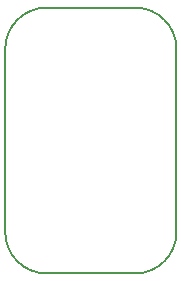
<source format=gbr>
G04 #@! TF.GenerationSoftware,KiCad,Pcbnew,(6.0.0)*
G04 #@! TF.CreationDate,2021-12-29T03:23:09-05:00*
G04 #@! TF.ProjectId,PressureSwitchBreakout,50726573-7375-4726-9553-776974636842,00*
G04 #@! TF.SameCoordinates,Original*
G04 #@! TF.FileFunction,Profile,NP*
%FSLAX46Y46*%
G04 Gerber Fmt 4.6, Leading zero omitted, Abs format (unit mm)*
G04 Created by KiCad (PCBNEW (6.0.0)) date 2021-12-29 03:23:09*
%MOMM*%
%LPD*%
G01*
G04 APERTURE LIST*
G04 #@! TA.AperFunction,Profile*
%ADD10C,0.150000*%
G04 #@! TD*
G04 APERTURE END LIST*
D10*
X132500000Y-96500000D02*
X132500000Y-81000000D01*
X143500000Y-100000000D02*
G75*
G03*
X147000000Y-96500000I1J3499999D01*
G01*
X132500000Y-96500000D02*
G75*
G03*
X136000000Y-100000000I3499999J-1D01*
G01*
X147000000Y-81000000D02*
X147000000Y-96500000D01*
X136000000Y-77500000D02*
G75*
G03*
X132500000Y-81000000I-1J-3499999D01*
G01*
X143500000Y-100000000D02*
X136000000Y-100000000D01*
X136000000Y-77500000D02*
X143500000Y-77500000D01*
X147000000Y-81000000D02*
G75*
G03*
X143500000Y-77500000I-3499999J1D01*
G01*
M02*

</source>
